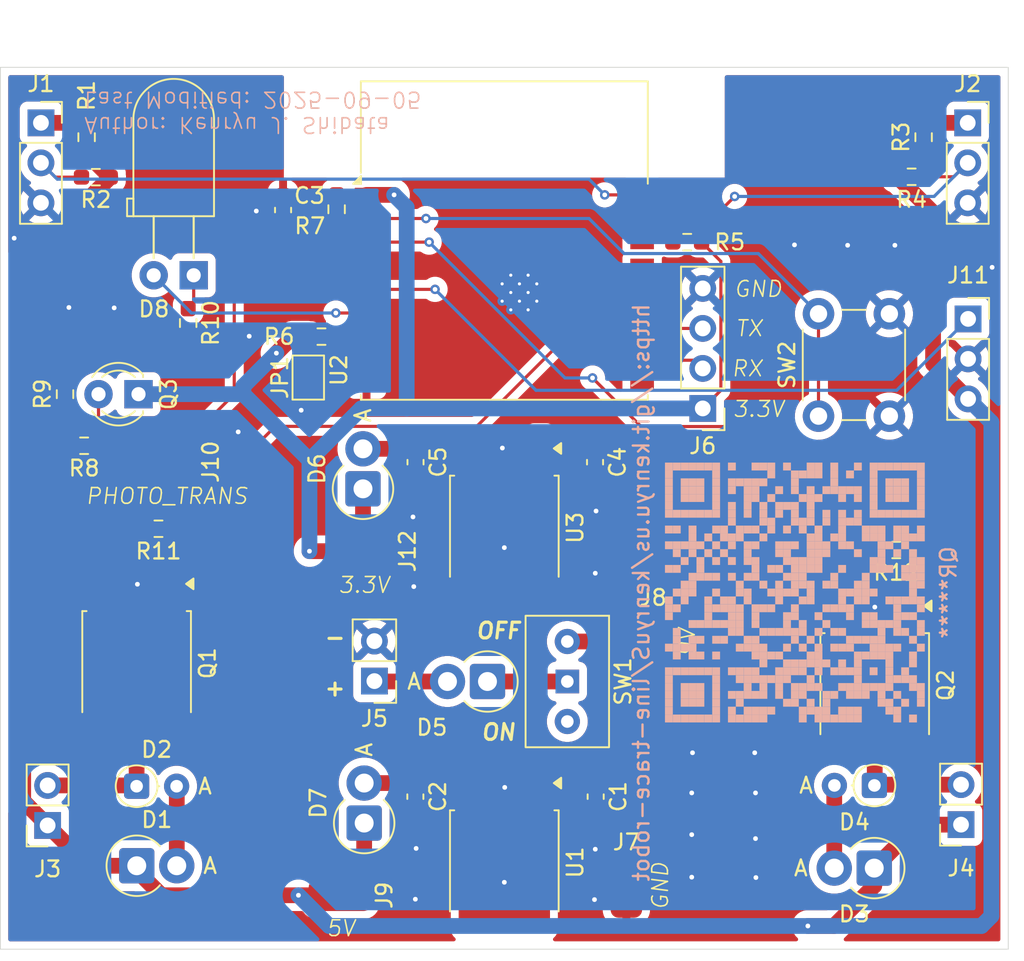
<source format=kicad_pcb>
(kicad_pcb
	(version 20241229)
	(generator "pcbnew")
	(generator_version "9.0")
	(general
		(thickness 1.6)
		(legacy_teardrops no)
	)
	(paper "A4")
	(layers
		(0 "F.Cu" signal)
		(2 "B.Cu" signal)
		(9 "F.Adhes" user "F.Adhesive")
		(11 "B.Adhes" user "B.Adhesive")
		(13 "F.Paste" user)
		(15 "B.Paste" user)
		(5 "F.SilkS" user "F.Silkscreen")
		(7 "B.SilkS" user "B.Silkscreen")
		(1 "F.Mask" user)
		(3 "B.Mask" user)
		(17 "Dwgs.User" user "User.Drawings")
		(19 "Cmts.User" user "User.Comments")
		(21 "Eco1.User" user "User.Eco1")
		(23 "Eco2.User" user "User.Eco2")
		(25 "Edge.Cuts" user)
		(27 "Margin" user)
		(31 "F.CrtYd" user "F.Courtyard")
		(29 "B.CrtYd" user "B.Courtyard")
		(35 "F.Fab" user)
		(33 "B.Fab" user)
		(39 "User.1" user)
		(41 "User.2" user)
		(43 "User.3" user)
		(45 "User.4" user)
	)
	(setup
		(stackup
			(layer "F.SilkS"
				(type "Top Silk Screen")
			)
			(layer "F.Paste"
				(type "Top Solder Paste")
			)
			(layer "F.Mask"
				(type "Top Solder Mask")
				(thickness 0.01)
			)
			(layer "F.Cu"
				(type "copper")
				(thickness 0.035)
			)
			(layer "dielectric 1"
				(type "core")
				(thickness 1.51)
				(material "FR4")
				(epsilon_r 4.5)
				(loss_tangent 0.02)
			)
			(layer "B.Cu"
				(type "copper")
				(thickness 0.035)
			)
			(layer "B.Mask"
				(type "Bottom Solder Mask")
				(thickness 0.01)
			)
			(layer "B.Paste"
				(type "Bottom Solder Paste")
			)
			(layer "B.SilkS"
				(type "Bottom Silk Screen")
			)
			(copper_finish "None")
			(dielectric_constraints no)
		)
		(pad_to_mask_clearance 0)
		(allow_soldermask_bridges_in_footprints no)
		(tenting front back)
		(pcbplotparams
			(layerselection 0x00000000_00000000_55555555_5755f5ff)
			(plot_on_all_layers_selection 0x00000000_00000000_00000000_00000000)
			(disableapertmacros no)
			(usegerberextensions no)
			(usegerberattributes yes)
			(usegerberadvancedattributes yes)
			(creategerberjobfile yes)
			(dashed_line_dash_ratio 12.000000)
			(dashed_line_gap_ratio 3.000000)
			(svgprecision 4)
			(plotframeref no)
			(mode 1)
			(useauxorigin no)
			(hpglpennumber 1)
			(hpglpenspeed 20)
			(hpglpendiameter 15.000000)
			(pdf_front_fp_property_popups yes)
			(pdf_back_fp_property_popups yes)
			(pdf_metadata yes)
			(pdf_single_document no)
			(dxfpolygonmode yes)
			(dxfimperialunits yes)
			(dxfusepcbnewfont yes)
			(psnegative no)
			(psa4output no)
			(plot_black_and_white yes)
			(sketchpadsonfab no)
			(plotpadnumbers no)
			(hidednponfab no)
			(sketchdnponfab yes)
			(crossoutdnponfab yes)
			(subtractmaskfromsilk no)
			(outputformat 1)
			(mirror no)
			(drillshape 0)
			(scaleselection 1)
			(outputdirectory "output/")
		)
	)
	(net 0 "")
	(net 1 "Net-(D1-A)")
	(net 2 "+5V")
	(net 3 "Net-(D2-K)")
	(net 4 "Net-(D7-A)")
	(net 5 "Vin_left")
	(net 6 "Vin_right")
	(net 7 "+9V")
	(net 8 "EN")
	(net 9 "Net-(D6-A)")
	(net 10 "GND")
	(net 11 "Net-(D3-A)")
	(net 12 "Net-(D4-K)")
	(net 13 "unconnected-(SW1-C-Pad3)")
	(net 14 "Net-(D5-K)")
	(net 15 "Net-(D5-A)")
	(net 16 "+3V3")
	(net 17 "IO7")
	(net 18 "Net-(D8-K)")
	(net 19 "IO0")
	(net 20 "IO1")
	(net 21 "IO20{slash}RXD")
	(net 22 "IO21{slash}TXD")
	(net 23 "IO5")
	(net 24 "IO6")
	(net 25 "IO9")
	(net 26 "IO3")
	(net 27 "IO4")
	(net 28 "IO2")
	(net 29 "IO8")
	(net 30 "Net-(R8-Pad2)")
	(net 31 "unconnected-(U2-IO19-Pad14)")
	(net 32 "unconnected-(U2-IO10-Pad10)")
	(net 33 "unconnected-(U2-IO18-Pad13)")
	(footprint "Capacitor_SMD:C_0603_1608Metric_Pad1.08x0.95mm_HandSolder" (layer "F.Cu") (at 37.8 46.3125 -90))
	(footprint "Diode_THT:D_DO-15_P2.54mm_Vertical_AnodeUp" (layer "F.Cu") (at 23.1 47.99 90))
	(footprint "Capacitor_SMD:C_0603_1608Metric_Pad1.08x0.95mm_HandSolder" (layer "F.Cu") (at 26.35 46.3125 -90))
	(footprint "Resistor_SMD:R_0603_1608Metric_Pad0.98x0.95mm_HandSolder" (layer "F.Cu") (at 21.35 9.0125 -90))
	(footprint "Resistor_SMD:R_0603_1608Metric_Pad0.98x0.95mm_HandSolder" (layer "F.Cu") (at 57.8625 6.95))
	(footprint "Connector_Wire:SolderWirePad_1x01_SMD_2x4mm" (layer "F.Cu") (at 23.05 30.725 -90))
	(footprint "Connector_PinSocket_2.54mm:PinSocket_1x02_P2.54mm_Vertical" (layer "F.Cu") (at 3 48.14 180))
	(footprint "Connector_Wire:SolderWirePad_1x01_SMD_2x4mm" (layer "F.Cu") (at 10.55 25.05 -90))
	(footprint "LED_THT:LED_D3.0mm_Clear" (layer "F.Cu") (at 8.77 20.755 180))
	(footprint "Resistor_SMD:R_0603_1608Metric_Pad0.98x0.95mm_HandSolder" (layer "F.Cu") (at 11.925 16.2375 -90))
	(footprint "Connector_PinSocket_2.54mm:PinSocket_1x03_P2.54mm_Vertical" (layer "F.Cu") (at 2.575 3.525))
	(footprint "Resistor_SMD:R_0603_1608Metric_Pad0.98x0.95mm_HandSolder" (layer "F.Cu") (at 5.3175 24.03 180))
	(footprint "Package_TO_SOT_SMD:TO-252-2" (layer "F.Cu") (at 55.52 39.24 -90))
	(footprint "RF_Module:ESP32-C3-WROOM-02" (layer "F.Cu") (at 32 14.1))
	(footprint "Connector_PinSocket_2.54mm:PinSocket_1x02_P2.54mm_Vertical" (layer "F.Cu") (at 61 48.09 180))
	(footprint "Package_TO_SOT_SMD:TO-252-2" (layer "F.Cu") (at 32 50.49 -90))
	(footprint "Resistor_SMD:R_0603_1608Metric_Pad0.98x0.95mm_HandSolder" (layer "F.Cu") (at 4.105 20.755 90))
	(footprint "Diode_THT:D_DO-15_P2.54mm_Vertical_AnodeUp" (layer "F.Cu") (at 8.66 50.7))
	(footprint "Resistor_SMD:R_0603_1608Metric_Pad0.98x0.95mm_HandSolder" (layer "F.Cu") (at 10.0375 29.3 180))
	(footprint "Library:SW_Slide-03_2MS1-T1-B4-M2-Q-E_P2.54mm" (layer "F.Cu") (at 36 39 -90))
	(footprint "Connector_PinSocket_2.54mm:PinSocket_1x03_P2.54mm_Vertical" (layer "F.Cu") (at 61.45 15.975))
	(footprint "Resistor_SMD:R_0603_1608Metric_Pad0.98x0.95mm_HandSolder" (layer "F.Cu") (at 6.0625 6.975 180))
	(footprint "Capacitor_SMD:C_0603_1608Metric_Pad1.08x0.95mm_HandSolder" (layer "F.Cu") (at 37.76 25.0725 -90))
	(footprint "Connector_Wire:SolderWirePad_1x01_SMD_2x4mm" (layer "F.Cu") (at 39.75 52))
	(footprint "Package_TO_SOT_SMD:TO-252-2" (layer "F.Cu") (at 32 29.24 -90))
	(footprint "Diode_THT:D_DO-15_P2.54mm_Vertical_AnodeUp" (layer "F.Cu") (at 30.93 39 180))
	(footprint "Diode_THT:D_DO-35_SOD27_P2.54mm_Vertical_AnodeUp" (layer "F.Cu") (at 55.5 45.6 180))
	(footprint "Connector_Wire:SolderWirePad_1x01_SMD_2x4mm" (layer "F.Cu") (at 21.575 52.575 -90))
	(footprint "Diode_THT:D_DO-15_P2.54mm_Vertical_AnodeUp" (layer "F.Cu") (at 55.49 50.85 180))
	(footprint "Jumper:SolderJumper-2_P1.3mm_Open_Pad1.0x1.5mm" (layer "F.Cu") (at 19.55 19.7 90))
	(footprint "Resistor_SMD:R_0603_1608Metric_Pad0.98x0.95mm_HandSolder" (layer "F.Cu") (at 58.625 4.4375 90))
	(footprint "Resistor_SMD:R_0603_1608Metric_Pad0.98x0.95mm_HandSolder" (layer "F.Cu") (at 20.3875 17.1))
	(footprint "Capacitor_SMD:C_0603_1608Metric_Pad1.08x0.95mm_HandSolder" (layer "F.Cu") (at 26.36 25.0725 -90))
	(footprint "Diode_THT:D_DO-35_SOD27_P2.54mm_Vertical_AnodeUp" (layer "F.Cu") (at 8.65 45.65))
	(footprint "Resistor_SMD:R_0603_1608Metric_Pad0.98x0.95mm_HandSolder" (layer "F.Cu") (at 5.475 4.4375 90))
	(footprint "LED_THT:LED_D5.0mm_Horizontal_O3.81mm_Z3.0mm" (layer "F.Cu") (at 12.275 13.205 180))
	(footprint "Button_Switch_THT:SW_PUSH_6mm" (layer "F.Cu") (at 51.95 22.15 90))
	(footprint "Connector_PinHeader_2.54mm:PinHeader_1x02_P2.54mm_Vertical" (layer "F.Cu") (at 23.75 38.975 180))
	(footprint "Connector_Wire:SolderWirePad_1x01_SMD_2x4mm" (layer "F.Cu") (at 41.45 36.475))
	(footprint "Resistor_SMD:R_0603_1608Metric_Pad0.98x0.95mm_HandSolder" (layer "F.Cu") (at 56.8875 30.65 180))
	(footprint "Diode_THT:D_DO-15_P2.54mm_Vertical_AnodeUp" (layer "F.Cu") (at 23.025 26.765 90))
	(footprint "Package_TO_SOT_SMD:TO-252-2" (layer "F.Cu") (at 8.65 37.84 -90))
	(footprint "Connector_PinHeader_2.54mm:PinHeader_1x04_P2.54mm_Vertical"
		(layer "F.Cu")
		(uuid "f18550d6-dbdd-436f-b9b3-00665d1b6992")
		(at 44.6 21.66 180)
		(descr "Through hole straight pin header, 1x04, 2.54mm pitch, single row")
		(tags "Through hole pin header THT 1x04 2.54mm single row")
		(property "Reference" "J6"
			(at 0 -2.38 0)
			(layer "F.SilkS")
			(uuid "6986c7cb-116e-4300-b624-5396fc99eda3")
			(effects
				(font
					(size 1 1)
					(thickness 0.15)
				)
			)
		)
		(property "Value" "SERIAL"
			(at 0 10 0)
			(layer "F.Fab")
			(uuid "a4ccc301-9314-45d8-9902-3b40cc9e494d")
			(effects
				(font
					(size 1 1)
					(thickness 0.15)
				)
			)
		)
		(property "Datasheet" "~"
			(at 0 0 0)
			(layer "F.Fab")
			(hide yes)
			(uuid "514c9017-6b69-4658-b0e7-b48e1ea991bd")
			(effects
				(font
					(size 1.27 1.27)
					(thickness 0.15)
				)
			)
		)
		(property "Description" "Generic connector, single row, 01x04, script generated"
			(at 0 0 0)
			(layer "F.Fab")
			(hide yes)
			(uuid "da6ac181-d3f2-4cf2-a7a3-da703a7af426")
			(effects
				(font
					(size 1.27 1.27)
					(thickness 0.15)
				)
			)
		)
		(property ki_fp_filters "Connector*:*_1x??_*")
		(path "/5b2a4eda-5944-46b4-8e2f-b07d6585abcd")
		(sheetname "/")
		(sheetfile "ltr.kicad_sch")
		(attr through_hole)
		(fp_line
			(start 1.38 1.27)
			(end 1.38 9)
			(stroke
				(width 0.12)
				(type solid)
			)
			(layer "F.SilkS")
			(uuid "03962a93-7cf3-461b-95e8-9ea7969cab24")
		)
		(fp_line
			(start -1.38 9)
			(end 1.38 9)
			(stroke
				(width 0.12)
				(type solid)
			)
			(layer "F.SilkS")
			(uuid "5e32e7cc-3c3c-4cda-9aae-e19b4a9737f7")
		)
		(fp_line
			(start -1.38 1.27)
			(end 1.38 1.27)
			(stroke
				(width 0.12)
				(type solid)
			)
			(layer "F.SilkS")
			(uuid "0d0a088c-a07b-47e2-af31-b3238e96c4b1")
		)
		(fp_line
			(start -1.38 1.27)
			(end -1.38 9)
			(stroke
				(width 0.12)
				(type solid)
			)
			(layer "F.SilkS")
			(uuid "6155d78f-9e3b-4e68-8525-e56e757f85f5")
		)
		(fp_line
			(start -1.38 0)
			(end -1.38 -1.38)
			(stroke
				(width 0.12)
				(type solid)
			)
			(layer "F.SilkS")
			(uuid "81a4d6f6-eb23-46bd-b06c-8d20f405afa3")
		)
		(fp_line
			(start -1.38 -1.38)
			(end 0 -1.38)
			(stroke
				(width 0.12)
				(type solid)
			)
			(layer "F.SilkS")
			(uuid "378413e4-37ad-45ef-99f5-21673abf7b79")
		)
		(fp_line
			(start 1.77 9.39)
			(end 1.77 -1.77)
			(stroke
				(width 0.05)
				(type solid)
			)
			(layer "F.CrtYd")
			(uuid "35731b71-2a32-4957-a040-17ab2772585e")
		)
		(fp_line
			(start 1.77 -1.77)
			(end -1.77 -1.77)
			(stroke
				(width 0.05)
				(type solid)
			)
			(layer "F.CrtYd")
			(uuid "f03b979e-ae3d-468c-84b3-d8e0ca9f4093")
		)
		(fp_line
			(start -1.77 9.39)
			(end 1.77 9.39)
			(stroke
				(width 0.05)
				(type solid)
			)
			(layer "F.CrtYd")
			(uuid "6f0292f9-fb17-4c97-a13f-fcbb537a367b")
		)
		(fp_line
			(start -1.77 -1.77)
			(end -1.77 9.39)
			(stroke
				(width 0.05)
				(type solid)
			)
			(layer "F.CrtYd")
			(uuid "72ca4e85-734c-489f-a43b-dffa7839ece1")
		)
		(fp_line
			(start 1.27 8.89)
			(end -1.27 8.89)
			(stroke
				(width 0.1)
				(type solid)
			)
			(layer "F.Fab")
			(uuid "5e87e26c-2aa7-4e82-9993-eafa473952b1")
		)
		(fp_line
			(start 1.27 -1.27)
			(end 1.27 8.89)
			(stroke
				(width 0.1)
				(type solid)
			)
			(layer "F.Fab")
			(uuid "1ebe8fbd-0352-4660-aeda-1da83475ecef")
		)
		(fp_line
			(start -0.635 -1.27)
			(end 1.27 -1.27)
			(stroke
				(width 0.1)
				(type solid)
			)
			(layer "F.Fab")
			(uuid "4406beb9-3a8d-412e-a060-ce2e3f08a94e")
		)
		(fp_line
			(start -1.27 8.89)
			(end -1.27 -0.635)
			(stroke
				(width 0.1)
				(type solid)
			)
			(layer "F.Fab")
			(uuid "6b84f71d-23d8-4662-88fc-dc137b7261b9")
		)
		(fp_line
			(start -1.27 -0.635)
			(end -0.635 -1.27)
			(stroke
				(width 0.1)
				(type solid)
			)
			(layer "F.Fab")
			(uuid "e56b5dd5-825c-4654-b18b-9d9eba19a379")
		)
		(fp_text user "${REFERENCE}"
			(at 0 3.81 90)
			(layer "F.Fab")
			(uuid "96ba471f-fbc3-4faa-9fa9-949fc3863660")
			(effects
				(font
					(size 1 1)
					(thickness 0.15)
				)
			)
		)
		(pad "1" thru_hole rect
			(at 0 0 180)
			(size 1.7 1.7)
			(drill 1)
			(layers "*.Cu" "*.Mask")
			(remove_unused_layers no)
			(net 16 "+3V3")
			(pinfunction "Pin_1")
			(pintype "passive")
			(uuid "528ef1dc-6042-43b4-a418-262c190a666d")
		)
		(pad "2" thru_hole circle
			(at 0 2.54 180)
			(size 1.7 1.7)
			(drill 1)
			(layers "*.Cu" "*.Mask")
			(remove_unused_layers no)
			(net 21 "IO20{slash}RXD")
			(pinfunction "Pin_2")
			(pintype "passive")
			(uuid "cb3a3ec6-8a65-43cf-a285-aed2517489be")
		)
		(pad "3" thru_hole circle
			(at 0 5.08 180)
			(size 1.7 1.7)
			(drill 1)
			(layers "*.Cu" "*.Mask")
			(remove_unused_layers no)
			(net 22 "IO21{slash}TXD")
			(pinfunction "Pin_3")
			(pintype "passive")
			(uuid "b0429c40-976d-411c-8279-4880513c22b2")
		)
		(pad "4" thru_hole circle
			(at 0 7.62 180)
			(size 1.7 1.7)
			(drill 1)
			(layers "*.Cu" "*.Mask")
			(remove_unused_layers no)
			(net 10 "GND")
			(pinfunction "Pin_4")
			(pintype "passive")

... [341391 chars truncated]
</source>
